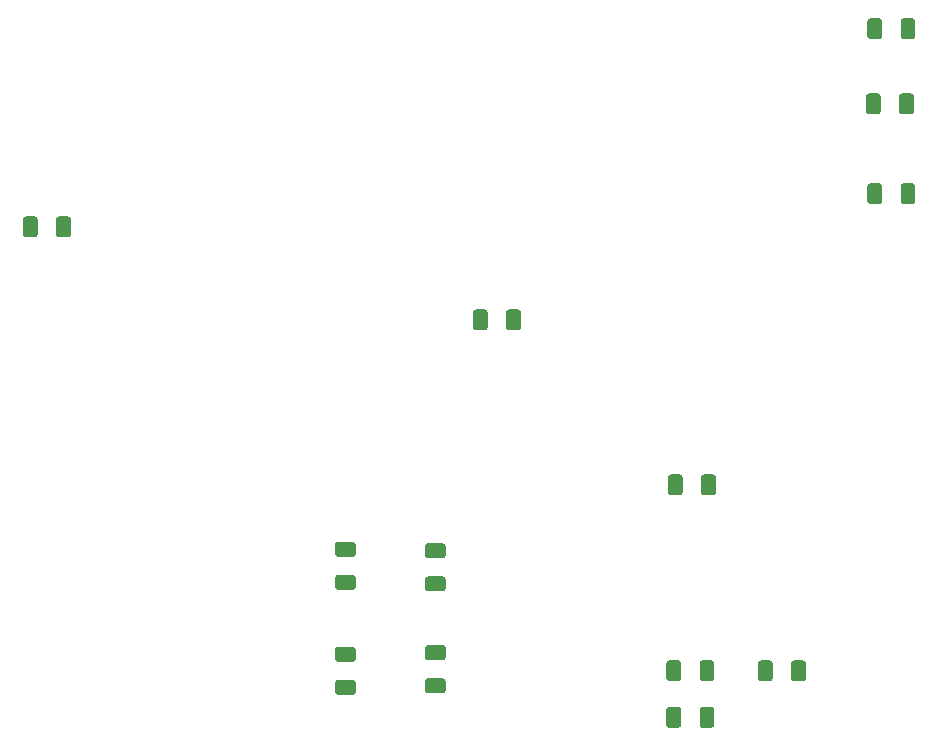
<source format=gbr>
G04 #@! TF.GenerationSoftware,KiCad,Pcbnew,(5.1.4)-1*
G04 #@! TF.CreationDate,2021-06-18T12:34:54+02:00*
G04 #@! TF.ProjectId,IOT SMART SWITCH,494f5420-534d-4415-9254-205357495443,1.0*
G04 #@! TF.SameCoordinates,Original*
G04 #@! TF.FileFunction,Paste,Top*
G04 #@! TF.FilePolarity,Positive*
%FSLAX46Y46*%
G04 Gerber Fmt 4.6, Leading zero omitted, Abs format (unit mm)*
G04 Created by KiCad (PCBNEW (5.1.4)-1) date 2021-06-18 12:34:54*
%MOMM*%
%LPD*%
G04 APERTURE LIST*
%ADD10C,0.100000*%
%ADD11C,1.250000*%
G04 APERTURE END LIST*
D10*
G36*
X183273504Y-87518204D02*
G01*
X183297773Y-87521804D01*
X183321571Y-87527765D01*
X183344671Y-87536030D01*
X183366849Y-87546520D01*
X183387893Y-87559133D01*
X183407598Y-87573747D01*
X183425777Y-87590223D01*
X183442253Y-87608402D01*
X183456867Y-87628107D01*
X183469480Y-87649151D01*
X183479970Y-87671329D01*
X183488235Y-87694429D01*
X183494196Y-87718227D01*
X183497796Y-87742496D01*
X183499000Y-87767000D01*
X183499000Y-89017000D01*
X183497796Y-89041504D01*
X183494196Y-89065773D01*
X183488235Y-89089571D01*
X183479970Y-89112671D01*
X183469480Y-89134849D01*
X183456867Y-89155893D01*
X183442253Y-89175598D01*
X183425777Y-89193777D01*
X183407598Y-89210253D01*
X183387893Y-89224867D01*
X183366849Y-89237480D01*
X183344671Y-89247970D01*
X183321571Y-89256235D01*
X183297773Y-89262196D01*
X183273504Y-89265796D01*
X183249000Y-89267000D01*
X182499000Y-89267000D01*
X182474496Y-89265796D01*
X182450227Y-89262196D01*
X182426429Y-89256235D01*
X182403329Y-89247970D01*
X182381151Y-89237480D01*
X182360107Y-89224867D01*
X182340402Y-89210253D01*
X182322223Y-89193777D01*
X182305747Y-89175598D01*
X182291133Y-89155893D01*
X182278520Y-89134849D01*
X182268030Y-89112671D01*
X182259765Y-89089571D01*
X182253804Y-89065773D01*
X182250204Y-89041504D01*
X182249000Y-89017000D01*
X182249000Y-87767000D01*
X182250204Y-87742496D01*
X182253804Y-87718227D01*
X182259765Y-87694429D01*
X182268030Y-87671329D01*
X182278520Y-87649151D01*
X182291133Y-87628107D01*
X182305747Y-87608402D01*
X182322223Y-87590223D01*
X182340402Y-87573747D01*
X182360107Y-87559133D01*
X182381151Y-87546520D01*
X182403329Y-87536030D01*
X182426429Y-87527765D01*
X182450227Y-87521804D01*
X182474496Y-87518204D01*
X182499000Y-87517000D01*
X183249000Y-87517000D01*
X183273504Y-87518204D01*
X183273504Y-87518204D01*
G37*
D11*
X182874000Y-88392000D03*
D10*
G36*
X186073504Y-87518204D02*
G01*
X186097773Y-87521804D01*
X186121571Y-87527765D01*
X186144671Y-87536030D01*
X186166849Y-87546520D01*
X186187893Y-87559133D01*
X186207598Y-87573747D01*
X186225777Y-87590223D01*
X186242253Y-87608402D01*
X186256867Y-87628107D01*
X186269480Y-87649151D01*
X186279970Y-87671329D01*
X186288235Y-87694429D01*
X186294196Y-87718227D01*
X186297796Y-87742496D01*
X186299000Y-87767000D01*
X186299000Y-89017000D01*
X186297796Y-89041504D01*
X186294196Y-89065773D01*
X186288235Y-89089571D01*
X186279970Y-89112671D01*
X186269480Y-89134849D01*
X186256867Y-89155893D01*
X186242253Y-89175598D01*
X186225777Y-89193777D01*
X186207598Y-89210253D01*
X186187893Y-89224867D01*
X186166849Y-89237480D01*
X186144671Y-89247970D01*
X186121571Y-89256235D01*
X186097773Y-89262196D01*
X186073504Y-89265796D01*
X186049000Y-89267000D01*
X185299000Y-89267000D01*
X185274496Y-89265796D01*
X185250227Y-89262196D01*
X185226429Y-89256235D01*
X185203329Y-89247970D01*
X185181151Y-89237480D01*
X185160107Y-89224867D01*
X185140402Y-89210253D01*
X185122223Y-89193777D01*
X185105747Y-89175598D01*
X185091133Y-89155893D01*
X185078520Y-89134849D01*
X185068030Y-89112671D01*
X185059765Y-89089571D01*
X185053804Y-89065773D01*
X185050204Y-89041504D01*
X185049000Y-89017000D01*
X185049000Y-87767000D01*
X185050204Y-87742496D01*
X185053804Y-87718227D01*
X185059765Y-87694429D01*
X185068030Y-87671329D01*
X185078520Y-87649151D01*
X185091133Y-87628107D01*
X185105747Y-87608402D01*
X185122223Y-87590223D01*
X185140402Y-87573747D01*
X185160107Y-87559133D01*
X185181151Y-87546520D01*
X185203329Y-87536030D01*
X185226429Y-87527765D01*
X185250227Y-87521804D01*
X185274496Y-87518204D01*
X185299000Y-87517000D01*
X186049000Y-87517000D01*
X186073504Y-87518204D01*
X186073504Y-87518204D01*
G37*
D11*
X185674000Y-88392000D03*
D10*
G36*
X210203504Y-117236204D02*
G01*
X210227773Y-117239804D01*
X210251571Y-117245765D01*
X210274671Y-117254030D01*
X210296849Y-117264520D01*
X210317893Y-117277133D01*
X210337598Y-117291747D01*
X210355777Y-117308223D01*
X210372253Y-117326402D01*
X210386867Y-117346107D01*
X210399480Y-117367151D01*
X210409970Y-117389329D01*
X210418235Y-117412429D01*
X210424196Y-117436227D01*
X210427796Y-117460496D01*
X210429000Y-117485000D01*
X210429000Y-118735000D01*
X210427796Y-118759504D01*
X210424196Y-118783773D01*
X210418235Y-118807571D01*
X210409970Y-118830671D01*
X210399480Y-118852849D01*
X210386867Y-118873893D01*
X210372253Y-118893598D01*
X210355777Y-118911777D01*
X210337598Y-118928253D01*
X210317893Y-118942867D01*
X210296849Y-118955480D01*
X210274671Y-118965970D01*
X210251571Y-118974235D01*
X210227773Y-118980196D01*
X210203504Y-118983796D01*
X210179000Y-118985000D01*
X209429000Y-118985000D01*
X209404496Y-118983796D01*
X209380227Y-118980196D01*
X209356429Y-118974235D01*
X209333329Y-118965970D01*
X209311151Y-118955480D01*
X209290107Y-118942867D01*
X209270402Y-118928253D01*
X209252223Y-118911777D01*
X209235747Y-118893598D01*
X209221133Y-118873893D01*
X209208520Y-118852849D01*
X209198030Y-118830671D01*
X209189765Y-118807571D01*
X209183804Y-118783773D01*
X209180204Y-118759504D01*
X209179000Y-118735000D01*
X209179000Y-117485000D01*
X209180204Y-117460496D01*
X209183804Y-117436227D01*
X209189765Y-117412429D01*
X209198030Y-117389329D01*
X209208520Y-117367151D01*
X209221133Y-117346107D01*
X209235747Y-117326402D01*
X209252223Y-117308223D01*
X209270402Y-117291747D01*
X209290107Y-117277133D01*
X209311151Y-117264520D01*
X209333329Y-117254030D01*
X209356429Y-117245765D01*
X209380227Y-117239804D01*
X209404496Y-117236204D01*
X209429000Y-117235000D01*
X210179000Y-117235000D01*
X210203504Y-117236204D01*
X210203504Y-117236204D01*
G37*
D11*
X209804000Y-118110000D03*
D10*
G36*
X207403504Y-117236204D02*
G01*
X207427773Y-117239804D01*
X207451571Y-117245765D01*
X207474671Y-117254030D01*
X207496849Y-117264520D01*
X207517893Y-117277133D01*
X207537598Y-117291747D01*
X207555777Y-117308223D01*
X207572253Y-117326402D01*
X207586867Y-117346107D01*
X207599480Y-117367151D01*
X207609970Y-117389329D01*
X207618235Y-117412429D01*
X207624196Y-117436227D01*
X207627796Y-117460496D01*
X207629000Y-117485000D01*
X207629000Y-118735000D01*
X207627796Y-118759504D01*
X207624196Y-118783773D01*
X207618235Y-118807571D01*
X207609970Y-118830671D01*
X207599480Y-118852849D01*
X207586867Y-118873893D01*
X207572253Y-118893598D01*
X207555777Y-118911777D01*
X207537598Y-118928253D01*
X207517893Y-118942867D01*
X207496849Y-118955480D01*
X207474671Y-118965970D01*
X207451571Y-118974235D01*
X207427773Y-118980196D01*
X207403504Y-118983796D01*
X207379000Y-118985000D01*
X206629000Y-118985000D01*
X206604496Y-118983796D01*
X206580227Y-118980196D01*
X206556429Y-118974235D01*
X206533329Y-118965970D01*
X206511151Y-118955480D01*
X206490107Y-118942867D01*
X206470402Y-118928253D01*
X206452223Y-118911777D01*
X206435747Y-118893598D01*
X206421133Y-118873893D01*
X206408520Y-118852849D01*
X206398030Y-118830671D01*
X206389765Y-118807571D01*
X206383804Y-118783773D01*
X206380204Y-118759504D01*
X206379000Y-118735000D01*
X206379000Y-117485000D01*
X206380204Y-117460496D01*
X206383804Y-117436227D01*
X206389765Y-117412429D01*
X206398030Y-117389329D01*
X206408520Y-117367151D01*
X206421133Y-117346107D01*
X206435747Y-117326402D01*
X206452223Y-117308223D01*
X206470402Y-117291747D01*
X206490107Y-117277133D01*
X206511151Y-117264520D01*
X206533329Y-117254030D01*
X206556429Y-117245765D01*
X206580227Y-117239804D01*
X206604496Y-117236204D01*
X206629000Y-117235000D01*
X207379000Y-117235000D01*
X207403504Y-117236204D01*
X207403504Y-117236204D01*
G37*
D11*
X207004000Y-118110000D03*
D10*
G36*
X147973504Y-79644204D02*
G01*
X147997773Y-79647804D01*
X148021571Y-79653765D01*
X148044671Y-79662030D01*
X148066849Y-79672520D01*
X148087893Y-79685133D01*
X148107598Y-79699747D01*
X148125777Y-79716223D01*
X148142253Y-79734402D01*
X148156867Y-79754107D01*
X148169480Y-79775151D01*
X148179970Y-79797329D01*
X148188235Y-79820429D01*
X148194196Y-79844227D01*
X148197796Y-79868496D01*
X148199000Y-79893000D01*
X148199000Y-81143000D01*
X148197796Y-81167504D01*
X148194196Y-81191773D01*
X148188235Y-81215571D01*
X148179970Y-81238671D01*
X148169480Y-81260849D01*
X148156867Y-81281893D01*
X148142253Y-81301598D01*
X148125777Y-81319777D01*
X148107598Y-81336253D01*
X148087893Y-81350867D01*
X148066849Y-81363480D01*
X148044671Y-81373970D01*
X148021571Y-81382235D01*
X147997773Y-81388196D01*
X147973504Y-81391796D01*
X147949000Y-81393000D01*
X147199000Y-81393000D01*
X147174496Y-81391796D01*
X147150227Y-81388196D01*
X147126429Y-81382235D01*
X147103329Y-81373970D01*
X147081151Y-81363480D01*
X147060107Y-81350867D01*
X147040402Y-81336253D01*
X147022223Y-81319777D01*
X147005747Y-81301598D01*
X146991133Y-81281893D01*
X146978520Y-81260849D01*
X146968030Y-81238671D01*
X146959765Y-81215571D01*
X146953804Y-81191773D01*
X146950204Y-81167504D01*
X146949000Y-81143000D01*
X146949000Y-79893000D01*
X146950204Y-79868496D01*
X146953804Y-79844227D01*
X146959765Y-79820429D01*
X146968030Y-79797329D01*
X146978520Y-79775151D01*
X146991133Y-79754107D01*
X147005747Y-79734402D01*
X147022223Y-79716223D01*
X147040402Y-79699747D01*
X147060107Y-79685133D01*
X147081151Y-79672520D01*
X147103329Y-79662030D01*
X147126429Y-79653765D01*
X147150227Y-79647804D01*
X147174496Y-79644204D01*
X147199000Y-79643000D01*
X147949000Y-79643000D01*
X147973504Y-79644204D01*
X147973504Y-79644204D01*
G37*
D11*
X147574000Y-80518000D03*
D10*
G36*
X145173504Y-79644204D02*
G01*
X145197773Y-79647804D01*
X145221571Y-79653765D01*
X145244671Y-79662030D01*
X145266849Y-79672520D01*
X145287893Y-79685133D01*
X145307598Y-79699747D01*
X145325777Y-79716223D01*
X145342253Y-79734402D01*
X145356867Y-79754107D01*
X145369480Y-79775151D01*
X145379970Y-79797329D01*
X145388235Y-79820429D01*
X145394196Y-79844227D01*
X145397796Y-79868496D01*
X145399000Y-79893000D01*
X145399000Y-81143000D01*
X145397796Y-81167504D01*
X145394196Y-81191773D01*
X145388235Y-81215571D01*
X145379970Y-81238671D01*
X145369480Y-81260849D01*
X145356867Y-81281893D01*
X145342253Y-81301598D01*
X145325777Y-81319777D01*
X145307598Y-81336253D01*
X145287893Y-81350867D01*
X145266849Y-81363480D01*
X145244671Y-81373970D01*
X145221571Y-81382235D01*
X145197773Y-81388196D01*
X145173504Y-81391796D01*
X145149000Y-81393000D01*
X144399000Y-81393000D01*
X144374496Y-81391796D01*
X144350227Y-81388196D01*
X144326429Y-81382235D01*
X144303329Y-81373970D01*
X144281151Y-81363480D01*
X144260107Y-81350867D01*
X144240402Y-81336253D01*
X144222223Y-81319777D01*
X144205747Y-81301598D01*
X144191133Y-81281893D01*
X144178520Y-81260849D01*
X144168030Y-81238671D01*
X144159765Y-81215571D01*
X144153804Y-81191773D01*
X144150204Y-81167504D01*
X144149000Y-81143000D01*
X144149000Y-79893000D01*
X144150204Y-79868496D01*
X144153804Y-79844227D01*
X144159765Y-79820429D01*
X144168030Y-79797329D01*
X144178520Y-79775151D01*
X144191133Y-79754107D01*
X144205747Y-79734402D01*
X144222223Y-79716223D01*
X144240402Y-79699747D01*
X144260107Y-79685133D01*
X144281151Y-79672520D01*
X144303329Y-79662030D01*
X144326429Y-79653765D01*
X144350227Y-79647804D01*
X144374496Y-79644204D01*
X144399000Y-79643000D01*
X145149000Y-79643000D01*
X145173504Y-79644204D01*
X145173504Y-79644204D01*
G37*
D11*
X144774000Y-80518000D03*
D10*
G36*
X219477504Y-62880204D02*
G01*
X219501773Y-62883804D01*
X219525571Y-62889765D01*
X219548671Y-62898030D01*
X219570849Y-62908520D01*
X219591893Y-62921133D01*
X219611598Y-62935747D01*
X219629777Y-62952223D01*
X219646253Y-62970402D01*
X219660867Y-62990107D01*
X219673480Y-63011151D01*
X219683970Y-63033329D01*
X219692235Y-63056429D01*
X219698196Y-63080227D01*
X219701796Y-63104496D01*
X219703000Y-63129000D01*
X219703000Y-64379000D01*
X219701796Y-64403504D01*
X219698196Y-64427773D01*
X219692235Y-64451571D01*
X219683970Y-64474671D01*
X219673480Y-64496849D01*
X219660867Y-64517893D01*
X219646253Y-64537598D01*
X219629777Y-64555777D01*
X219611598Y-64572253D01*
X219591893Y-64586867D01*
X219570849Y-64599480D01*
X219548671Y-64609970D01*
X219525571Y-64618235D01*
X219501773Y-64624196D01*
X219477504Y-64627796D01*
X219453000Y-64629000D01*
X218703000Y-64629000D01*
X218678496Y-64627796D01*
X218654227Y-64624196D01*
X218630429Y-64618235D01*
X218607329Y-64609970D01*
X218585151Y-64599480D01*
X218564107Y-64586867D01*
X218544402Y-64572253D01*
X218526223Y-64555777D01*
X218509747Y-64537598D01*
X218495133Y-64517893D01*
X218482520Y-64496849D01*
X218472030Y-64474671D01*
X218463765Y-64451571D01*
X218457804Y-64427773D01*
X218454204Y-64403504D01*
X218453000Y-64379000D01*
X218453000Y-63129000D01*
X218454204Y-63104496D01*
X218457804Y-63080227D01*
X218463765Y-63056429D01*
X218472030Y-63033329D01*
X218482520Y-63011151D01*
X218495133Y-62990107D01*
X218509747Y-62970402D01*
X218526223Y-62952223D01*
X218544402Y-62935747D01*
X218564107Y-62921133D01*
X218585151Y-62908520D01*
X218607329Y-62898030D01*
X218630429Y-62889765D01*
X218654227Y-62883804D01*
X218678496Y-62880204D01*
X218703000Y-62879000D01*
X219453000Y-62879000D01*
X219477504Y-62880204D01*
X219477504Y-62880204D01*
G37*
D11*
X219078000Y-63754000D03*
D10*
G36*
X216677504Y-62880204D02*
G01*
X216701773Y-62883804D01*
X216725571Y-62889765D01*
X216748671Y-62898030D01*
X216770849Y-62908520D01*
X216791893Y-62921133D01*
X216811598Y-62935747D01*
X216829777Y-62952223D01*
X216846253Y-62970402D01*
X216860867Y-62990107D01*
X216873480Y-63011151D01*
X216883970Y-63033329D01*
X216892235Y-63056429D01*
X216898196Y-63080227D01*
X216901796Y-63104496D01*
X216903000Y-63129000D01*
X216903000Y-64379000D01*
X216901796Y-64403504D01*
X216898196Y-64427773D01*
X216892235Y-64451571D01*
X216883970Y-64474671D01*
X216873480Y-64496849D01*
X216860867Y-64517893D01*
X216846253Y-64537598D01*
X216829777Y-64555777D01*
X216811598Y-64572253D01*
X216791893Y-64586867D01*
X216770849Y-64599480D01*
X216748671Y-64609970D01*
X216725571Y-64618235D01*
X216701773Y-64624196D01*
X216677504Y-64627796D01*
X216653000Y-64629000D01*
X215903000Y-64629000D01*
X215878496Y-64627796D01*
X215854227Y-64624196D01*
X215830429Y-64618235D01*
X215807329Y-64609970D01*
X215785151Y-64599480D01*
X215764107Y-64586867D01*
X215744402Y-64572253D01*
X215726223Y-64555777D01*
X215709747Y-64537598D01*
X215695133Y-64517893D01*
X215682520Y-64496849D01*
X215672030Y-64474671D01*
X215663765Y-64451571D01*
X215657804Y-64427773D01*
X215654204Y-64403504D01*
X215653000Y-64379000D01*
X215653000Y-63129000D01*
X215654204Y-63104496D01*
X215657804Y-63080227D01*
X215663765Y-63056429D01*
X215672030Y-63033329D01*
X215682520Y-63011151D01*
X215695133Y-62990107D01*
X215709747Y-62970402D01*
X215726223Y-62952223D01*
X215744402Y-62935747D01*
X215764107Y-62921133D01*
X215785151Y-62908520D01*
X215807329Y-62898030D01*
X215830429Y-62889765D01*
X215854227Y-62883804D01*
X215878496Y-62880204D01*
X215903000Y-62879000D01*
X216653000Y-62879000D01*
X216677504Y-62880204D01*
X216677504Y-62880204D01*
G37*
D11*
X216278000Y-63754000D03*
D10*
G36*
X216547504Y-69230204D02*
G01*
X216571773Y-69233804D01*
X216595571Y-69239765D01*
X216618671Y-69248030D01*
X216640849Y-69258520D01*
X216661893Y-69271133D01*
X216681598Y-69285747D01*
X216699777Y-69302223D01*
X216716253Y-69320402D01*
X216730867Y-69340107D01*
X216743480Y-69361151D01*
X216753970Y-69383329D01*
X216762235Y-69406429D01*
X216768196Y-69430227D01*
X216771796Y-69454496D01*
X216773000Y-69479000D01*
X216773000Y-70729000D01*
X216771796Y-70753504D01*
X216768196Y-70777773D01*
X216762235Y-70801571D01*
X216753970Y-70824671D01*
X216743480Y-70846849D01*
X216730867Y-70867893D01*
X216716253Y-70887598D01*
X216699777Y-70905777D01*
X216681598Y-70922253D01*
X216661893Y-70936867D01*
X216640849Y-70949480D01*
X216618671Y-70959970D01*
X216595571Y-70968235D01*
X216571773Y-70974196D01*
X216547504Y-70977796D01*
X216523000Y-70979000D01*
X215773000Y-70979000D01*
X215748496Y-70977796D01*
X215724227Y-70974196D01*
X215700429Y-70968235D01*
X215677329Y-70959970D01*
X215655151Y-70949480D01*
X215634107Y-70936867D01*
X215614402Y-70922253D01*
X215596223Y-70905777D01*
X215579747Y-70887598D01*
X215565133Y-70867893D01*
X215552520Y-70846849D01*
X215542030Y-70824671D01*
X215533765Y-70801571D01*
X215527804Y-70777773D01*
X215524204Y-70753504D01*
X215523000Y-70729000D01*
X215523000Y-69479000D01*
X215524204Y-69454496D01*
X215527804Y-69430227D01*
X215533765Y-69406429D01*
X215542030Y-69383329D01*
X215552520Y-69361151D01*
X215565133Y-69340107D01*
X215579747Y-69320402D01*
X215596223Y-69302223D01*
X215614402Y-69285747D01*
X215634107Y-69271133D01*
X215655151Y-69258520D01*
X215677329Y-69248030D01*
X215700429Y-69239765D01*
X215724227Y-69233804D01*
X215748496Y-69230204D01*
X215773000Y-69229000D01*
X216523000Y-69229000D01*
X216547504Y-69230204D01*
X216547504Y-69230204D01*
G37*
D11*
X216148000Y-70104000D03*
D10*
G36*
X219347504Y-69230204D02*
G01*
X219371773Y-69233804D01*
X219395571Y-69239765D01*
X219418671Y-69248030D01*
X219440849Y-69258520D01*
X219461893Y-69271133D01*
X219481598Y-69285747D01*
X219499777Y-69302223D01*
X219516253Y-69320402D01*
X219530867Y-69340107D01*
X219543480Y-69361151D01*
X219553970Y-69383329D01*
X219562235Y-69406429D01*
X219568196Y-69430227D01*
X219571796Y-69454496D01*
X219573000Y-69479000D01*
X219573000Y-70729000D01*
X219571796Y-70753504D01*
X219568196Y-70777773D01*
X219562235Y-70801571D01*
X219553970Y-70824671D01*
X219543480Y-70846849D01*
X219530867Y-70867893D01*
X219516253Y-70887598D01*
X219499777Y-70905777D01*
X219481598Y-70922253D01*
X219461893Y-70936867D01*
X219440849Y-70949480D01*
X219418671Y-70959970D01*
X219395571Y-70968235D01*
X219371773Y-70974196D01*
X219347504Y-70977796D01*
X219323000Y-70979000D01*
X218573000Y-70979000D01*
X218548496Y-70977796D01*
X218524227Y-70974196D01*
X218500429Y-70968235D01*
X218477329Y-70959970D01*
X218455151Y-70949480D01*
X218434107Y-70936867D01*
X218414402Y-70922253D01*
X218396223Y-70905777D01*
X218379747Y-70887598D01*
X218365133Y-70867893D01*
X218352520Y-70846849D01*
X218342030Y-70824671D01*
X218333765Y-70801571D01*
X218327804Y-70777773D01*
X218324204Y-70753504D01*
X218323000Y-70729000D01*
X218323000Y-69479000D01*
X218324204Y-69454496D01*
X218327804Y-69430227D01*
X218333765Y-69406429D01*
X218342030Y-69383329D01*
X218352520Y-69361151D01*
X218365133Y-69340107D01*
X218379747Y-69320402D01*
X218396223Y-69302223D01*
X218414402Y-69285747D01*
X218434107Y-69271133D01*
X218455151Y-69258520D01*
X218477329Y-69248030D01*
X218500429Y-69239765D01*
X218524227Y-69233804D01*
X218548496Y-69230204D01*
X218573000Y-69229000D01*
X219323000Y-69229000D01*
X219347504Y-69230204D01*
X219347504Y-69230204D01*
G37*
D11*
X218948000Y-70104000D03*
D10*
G36*
X216677504Y-76850204D02*
G01*
X216701773Y-76853804D01*
X216725571Y-76859765D01*
X216748671Y-76868030D01*
X216770849Y-76878520D01*
X216791893Y-76891133D01*
X216811598Y-76905747D01*
X216829777Y-76922223D01*
X216846253Y-76940402D01*
X216860867Y-76960107D01*
X216873480Y-76981151D01*
X216883970Y-77003329D01*
X216892235Y-77026429D01*
X216898196Y-77050227D01*
X216901796Y-77074496D01*
X216903000Y-77099000D01*
X216903000Y-78349000D01*
X216901796Y-78373504D01*
X216898196Y-78397773D01*
X216892235Y-78421571D01*
X216883970Y-78444671D01*
X216873480Y-78466849D01*
X216860867Y-78487893D01*
X216846253Y-78507598D01*
X216829777Y-78525777D01*
X216811598Y-78542253D01*
X216791893Y-78556867D01*
X216770849Y-78569480D01*
X216748671Y-78579970D01*
X216725571Y-78588235D01*
X216701773Y-78594196D01*
X216677504Y-78597796D01*
X216653000Y-78599000D01*
X215903000Y-78599000D01*
X215878496Y-78597796D01*
X215854227Y-78594196D01*
X215830429Y-78588235D01*
X215807329Y-78579970D01*
X215785151Y-78569480D01*
X215764107Y-78556867D01*
X215744402Y-78542253D01*
X215726223Y-78525777D01*
X215709747Y-78507598D01*
X215695133Y-78487893D01*
X215682520Y-78466849D01*
X215672030Y-78444671D01*
X215663765Y-78421571D01*
X215657804Y-78397773D01*
X215654204Y-78373504D01*
X215653000Y-78349000D01*
X215653000Y-77099000D01*
X215654204Y-77074496D01*
X215657804Y-77050227D01*
X215663765Y-77026429D01*
X215672030Y-77003329D01*
X215682520Y-76981151D01*
X215695133Y-76960107D01*
X215709747Y-76940402D01*
X215726223Y-76922223D01*
X215744402Y-76905747D01*
X215764107Y-76891133D01*
X215785151Y-76878520D01*
X215807329Y-76868030D01*
X215830429Y-76859765D01*
X215854227Y-76853804D01*
X215878496Y-76850204D01*
X215903000Y-76849000D01*
X216653000Y-76849000D01*
X216677504Y-76850204D01*
X216677504Y-76850204D01*
G37*
D11*
X216278000Y-77724000D03*
D10*
G36*
X219477504Y-76850204D02*
G01*
X219501773Y-76853804D01*
X219525571Y-76859765D01*
X219548671Y-76868030D01*
X219570849Y-76878520D01*
X219591893Y-76891133D01*
X219611598Y-76905747D01*
X219629777Y-76922223D01*
X219646253Y-76940402D01*
X219660867Y-76960107D01*
X219673480Y-76981151D01*
X219683970Y-77003329D01*
X219692235Y-77026429D01*
X219698196Y-77050227D01*
X219701796Y-77074496D01*
X219703000Y-77099000D01*
X219703000Y-78349000D01*
X219701796Y-78373504D01*
X219698196Y-78397773D01*
X219692235Y-78421571D01*
X219683970Y-78444671D01*
X219673480Y-78466849D01*
X219660867Y-78487893D01*
X219646253Y-78507598D01*
X219629777Y-78525777D01*
X219611598Y-78542253D01*
X219591893Y-78556867D01*
X219570849Y-78569480D01*
X219548671Y-78579970D01*
X219525571Y-78588235D01*
X219501773Y-78594196D01*
X219477504Y-78597796D01*
X219453000Y-78599000D01*
X218703000Y-78599000D01*
X218678496Y-78597796D01*
X218654227Y-78594196D01*
X218630429Y-78588235D01*
X218607329Y-78579970D01*
X218585151Y-78569480D01*
X218564107Y-78556867D01*
X218544402Y-78542253D01*
X218526223Y-78525777D01*
X218509747Y-78507598D01*
X218495133Y-78487893D01*
X218482520Y-78466849D01*
X218472030Y-78444671D01*
X218463765Y-78421571D01*
X218457804Y-78397773D01*
X218454204Y-78373504D01*
X218453000Y-78349000D01*
X218453000Y-77099000D01*
X218454204Y-77074496D01*
X218457804Y-77050227D01*
X218463765Y-77026429D01*
X218472030Y-77003329D01*
X218482520Y-76981151D01*
X218495133Y-76960107D01*
X218509747Y-76940402D01*
X218526223Y-76922223D01*
X218544402Y-76905747D01*
X218564107Y-76891133D01*
X218585151Y-76878520D01*
X218607329Y-76868030D01*
X218630429Y-76859765D01*
X218654227Y-76853804D01*
X218678496Y-76850204D01*
X218703000Y-76849000D01*
X219453000Y-76849000D01*
X219477504Y-76850204D01*
X219477504Y-76850204D01*
G37*
D11*
X219078000Y-77724000D03*
D10*
G36*
X199659504Y-117236204D02*
G01*
X199683773Y-117239804D01*
X199707571Y-117245765D01*
X199730671Y-117254030D01*
X199752849Y-117264520D01*
X199773893Y-117277133D01*
X199793598Y-117291747D01*
X199811777Y-117308223D01*
X199828253Y-117326402D01*
X199842867Y-117346107D01*
X199855480Y-117367151D01*
X199865970Y-117389329D01*
X199874235Y-117412429D01*
X199880196Y-117436227D01*
X199883796Y-117460496D01*
X199885000Y-117485000D01*
X199885000Y-118735000D01*
X199883796Y-118759504D01*
X199880196Y-118783773D01*
X199874235Y-118807571D01*
X199865970Y-118830671D01*
X199855480Y-118852849D01*
X199842867Y-118873893D01*
X199828253Y-118893598D01*
X199811777Y-118911777D01*
X199793598Y-118928253D01*
X199773893Y-118942867D01*
X199752849Y-118955480D01*
X199730671Y-118965970D01*
X199707571Y-118974235D01*
X199683773Y-118980196D01*
X199659504Y-118983796D01*
X199635000Y-118985000D01*
X198885000Y-118985000D01*
X198860496Y-118983796D01*
X198836227Y-118980196D01*
X198812429Y-118974235D01*
X198789329Y-118965970D01*
X198767151Y-118955480D01*
X198746107Y-118942867D01*
X198726402Y-118928253D01*
X198708223Y-118911777D01*
X198691747Y-118893598D01*
X198677133Y-118873893D01*
X198664520Y-118852849D01*
X198654030Y-118830671D01*
X198645765Y-118807571D01*
X198639804Y-118783773D01*
X198636204Y-118759504D01*
X198635000Y-118735000D01*
X198635000Y-117485000D01*
X198636204Y-117460496D01*
X198639804Y-117436227D01*
X198645765Y-117412429D01*
X198654030Y-117389329D01*
X198664520Y-117367151D01*
X198677133Y-117346107D01*
X198691747Y-117326402D01*
X198708223Y-117308223D01*
X198726402Y-117291747D01*
X198746107Y-117277133D01*
X198767151Y-117264520D01*
X198789329Y-117254030D01*
X198812429Y-117245765D01*
X198836227Y-117239804D01*
X198860496Y-117236204D01*
X198885000Y-117235000D01*
X199635000Y-117235000D01*
X199659504Y-117236204D01*
X199659504Y-117236204D01*
G37*
D11*
X199260000Y-118110000D03*
D10*
G36*
X202459504Y-117236204D02*
G01*
X202483773Y-117239804D01*
X202507571Y-117245765D01*
X202530671Y-117254030D01*
X202552849Y-117264520D01*
X202573893Y-117277133D01*
X202593598Y-117291747D01*
X202611777Y-117308223D01*
X202628253Y-117326402D01*
X202642867Y-117346107D01*
X202655480Y-117367151D01*
X202665970Y-117389329D01*
X202674235Y-117412429D01*
X202680196Y-117436227D01*
X202683796Y-117460496D01*
X202685000Y-117485000D01*
X202685000Y-118735000D01*
X202683796Y-118759504D01*
X202680196Y-118783773D01*
X202674235Y-118807571D01*
X202665970Y-118830671D01*
X202655480Y-118852849D01*
X202642867Y-118873893D01*
X202628253Y-118893598D01*
X202611777Y-118911777D01*
X202593598Y-118928253D01*
X202573893Y-118942867D01*
X202552849Y-118955480D01*
X202530671Y-118965970D01*
X202507571Y-118974235D01*
X202483773Y-118980196D01*
X202459504Y-118983796D01*
X202435000Y-118985000D01*
X201685000Y-118985000D01*
X201660496Y-118983796D01*
X201636227Y-118980196D01*
X201612429Y-118974235D01*
X201589329Y-118965970D01*
X201567151Y-118955480D01*
X201546107Y-118942867D01*
X201526402Y-118928253D01*
X201508223Y-118911777D01*
X201491747Y-118893598D01*
X201477133Y-118873893D01*
X201464520Y-118852849D01*
X201454030Y-118830671D01*
X201445765Y-118807571D01*
X201439804Y-118783773D01*
X201436204Y-118759504D01*
X201435000Y-118735000D01*
X201435000Y-117485000D01*
X201436204Y-117460496D01*
X201439804Y-117436227D01*
X201445765Y-117412429D01*
X201454030Y-117389329D01*
X201464520Y-117367151D01*
X201477133Y-117346107D01*
X201491747Y-117326402D01*
X201508223Y-117308223D01*
X201526402Y-117291747D01*
X201546107Y-117277133D01*
X201567151Y-117264520D01*
X201589329Y-117254030D01*
X201612429Y-117245765D01*
X201636227Y-117239804D01*
X201660496Y-117236204D01*
X201685000Y-117235000D01*
X202435000Y-117235000D01*
X202459504Y-117236204D01*
X202459504Y-117236204D01*
G37*
D11*
X202060000Y-118110000D03*
D10*
G36*
X179719504Y-107326204D02*
G01*
X179743773Y-107329804D01*
X179767571Y-107335765D01*
X179790671Y-107344030D01*
X179812849Y-107354520D01*
X179833893Y-107367133D01*
X179853598Y-107381747D01*
X179871777Y-107398223D01*
X179888253Y-107416402D01*
X179902867Y-107436107D01*
X179915480Y-107457151D01*
X179925970Y-107479329D01*
X179934235Y-107502429D01*
X179940196Y-107526227D01*
X179943796Y-107550496D01*
X179945000Y-107575000D01*
X179945000Y-108325000D01*
X179943796Y-108349504D01*
X179940196Y-108373773D01*
X179934235Y-108397571D01*
X179925970Y-108420671D01*
X179915480Y-108442849D01*
X179902867Y-108463893D01*
X179888253Y-108483598D01*
X179871777Y-108501777D01*
X179853598Y-108518253D01*
X179833893Y-108532867D01*
X179812849Y-108545480D01*
X179790671Y-108555970D01*
X179767571Y-108564235D01*
X179743773Y-108570196D01*
X179719504Y-108573796D01*
X179695000Y-108575000D01*
X178445000Y-108575000D01*
X178420496Y-108573796D01*
X178396227Y-108570196D01*
X178372429Y-108564235D01*
X178349329Y-108555970D01*
X178327151Y-108545480D01*
X178306107Y-108532867D01*
X178286402Y-108518253D01*
X178268223Y-108501777D01*
X178251747Y-108483598D01*
X178237133Y-108463893D01*
X178224520Y-108442849D01*
X178214030Y-108420671D01*
X178205765Y-108397571D01*
X178199804Y-108373773D01*
X178196204Y-108349504D01*
X178195000Y-108325000D01*
X178195000Y-107575000D01*
X178196204Y-107550496D01*
X178199804Y-107526227D01*
X178205765Y-107502429D01*
X178214030Y-107479329D01*
X178224520Y-107457151D01*
X178237133Y-107436107D01*
X178251747Y-107416402D01*
X178268223Y-107398223D01*
X178286402Y-107381747D01*
X178306107Y-107367133D01*
X178327151Y-107354520D01*
X178349329Y-107344030D01*
X178372429Y-107335765D01*
X178396227Y-107329804D01*
X178420496Y-107326204D01*
X178445000Y-107325000D01*
X179695000Y-107325000D01*
X179719504Y-107326204D01*
X179719504Y-107326204D01*
G37*
D11*
X179070000Y-107950000D03*
D10*
G36*
X179719504Y-110126204D02*
G01*
X179743773Y-110129804D01*
X179767571Y-110135765D01*
X179790671Y-110144030D01*
X179812849Y-110154520D01*
X179833893Y-110167133D01*
X179853598Y-110181747D01*
X179871777Y-110198223D01*
X179888253Y-110216402D01*
X179902867Y-110236107D01*
X179915480Y-110257151D01*
X179925970Y-110279329D01*
X179934235Y-110302429D01*
X179940196Y-110326227D01*
X179943796Y-110350496D01*
X179945000Y-110375000D01*
X179945000Y-111125000D01*
X179943796Y-111149504D01*
X179940196Y-111173773D01*
X179934235Y-111197571D01*
X179925970Y-111220671D01*
X179915480Y-111242849D01*
X179902867Y-111263893D01*
X179888253Y-111283598D01*
X179871777Y-111301777D01*
X179853598Y-111318253D01*
X179833893Y-111332867D01*
X179812849Y-111345480D01*
X179790671Y-111355970D01*
X179767571Y-111364235D01*
X179743773Y-111370196D01*
X179719504Y-111373796D01*
X179695000Y-111375000D01*
X178445000Y-111375000D01*
X178420496Y-111373796D01*
X178396227Y-111370196D01*
X178372429Y-111364235D01*
X178349329Y-111355970D01*
X178327151Y-111345480D01*
X178306107Y-111332867D01*
X178286402Y-111318253D01*
X178268223Y-111301777D01*
X178251747Y-111283598D01*
X178237133Y-111263893D01*
X178224520Y-111242849D01*
X178214030Y-111220671D01*
X178205765Y-111197571D01*
X178199804Y-111173773D01*
X178196204Y-111149504D01*
X178195000Y-111125000D01*
X178195000Y-110375000D01*
X178196204Y-110350496D01*
X178199804Y-110326227D01*
X178205765Y-110302429D01*
X178214030Y-110279329D01*
X178224520Y-110257151D01*
X178237133Y-110236107D01*
X178251747Y-110216402D01*
X178268223Y-110198223D01*
X178286402Y-110181747D01*
X178306107Y-110167133D01*
X178327151Y-110154520D01*
X178349329Y-110144030D01*
X178372429Y-110135765D01*
X178396227Y-110129804D01*
X178420496Y-110126204D01*
X178445000Y-110125000D01*
X179695000Y-110125000D01*
X179719504Y-110126204D01*
X179719504Y-110126204D01*
G37*
D11*
X179070000Y-110750000D03*
D10*
G36*
X179719504Y-118756204D02*
G01*
X179743773Y-118759804D01*
X179767571Y-118765765D01*
X179790671Y-118774030D01*
X179812849Y-118784520D01*
X179833893Y-118797133D01*
X179853598Y-118811747D01*
X179871777Y-118828223D01*
X179888253Y-118846402D01*
X179902867Y-118866107D01*
X179915480Y-118887151D01*
X179925970Y-118909329D01*
X179934235Y-118932429D01*
X179940196Y-118956227D01*
X179943796Y-118980496D01*
X179945000Y-119005000D01*
X179945000Y-119755000D01*
X179943796Y-119779504D01*
X179940196Y-119803773D01*
X179934235Y-119827571D01*
X179925970Y-119850671D01*
X179915480Y-119872849D01*
X179902867Y-119893893D01*
X179888253Y-119913598D01*
X179871777Y-119931777D01*
X179853598Y-119948253D01*
X179833893Y-119962867D01*
X179812849Y-119975480D01*
X179790671Y-119985970D01*
X179767571Y-119994235D01*
X179743773Y-120000196D01*
X179719504Y-120003796D01*
X179695000Y-120005000D01*
X178445000Y-120005000D01*
X178420496Y-120003796D01*
X178396227Y-120000196D01*
X178372429Y-119994235D01*
X178349329Y-119985970D01*
X178327151Y-119975480D01*
X178306107Y-119962867D01*
X178286402Y-119948253D01*
X178268223Y-119931777D01*
X178251747Y-119913598D01*
X178237133Y-119893893D01*
X178224520Y-119872849D01*
X178214030Y-119850671D01*
X178205765Y-119827571D01*
X178199804Y-119803773D01*
X178196204Y-119779504D01*
X178195000Y-119755000D01*
X178195000Y-119005000D01*
X178196204Y-118980496D01*
X178199804Y-118956227D01*
X178205765Y-118932429D01*
X178214030Y-118909329D01*
X178224520Y-118887151D01*
X178237133Y-118866107D01*
X178251747Y-118846402D01*
X178268223Y-118828223D01*
X178286402Y-118811747D01*
X178306107Y-118797133D01*
X178327151Y-118784520D01*
X178349329Y-118774030D01*
X178372429Y-118765765D01*
X178396227Y-118759804D01*
X178420496Y-118756204D01*
X178445000Y-118755000D01*
X179695000Y-118755000D01*
X179719504Y-118756204D01*
X179719504Y-118756204D01*
G37*
D11*
X179070000Y-119380000D03*
D10*
G36*
X179719504Y-115956204D02*
G01*
X179743773Y-115959804D01*
X179767571Y-115965765D01*
X179790671Y-115974030D01*
X179812849Y-115984520D01*
X179833893Y-115997133D01*
X179853598Y-116011747D01*
X179871777Y-116028223D01*
X179888253Y-116046402D01*
X179902867Y-116066107D01*
X179915480Y-116087151D01*
X179925970Y-116109329D01*
X179934235Y-116132429D01*
X179940196Y-116156227D01*
X179943796Y-116180496D01*
X179945000Y-116205000D01*
X179945000Y-116955000D01*
X179943796Y-116979504D01*
X179940196Y-117003773D01*
X179934235Y-117027571D01*
X179925970Y-117050671D01*
X179915480Y-117072849D01*
X179902867Y-117093893D01*
X179888253Y-117113598D01*
X179871777Y-117131777D01*
X179853598Y-117148253D01*
X179833893Y-117162867D01*
X179812849Y-117175480D01*
X179790671Y-117185970D01*
X179767571Y-117194235D01*
X179743773Y-117200196D01*
X179719504Y-117203796D01*
X179695000Y-117205000D01*
X178445000Y-117205000D01*
X178420496Y-117203796D01*
X178396227Y-117200196D01*
X178372429Y-117194235D01*
X178349329Y-117185970D01*
X178327151Y-117175480D01*
X178306107Y-117162867D01*
X178286402Y-117148253D01*
X178268223Y-117131777D01*
X178251747Y-117113598D01*
X178237133Y-117093893D01*
X178224520Y-117072849D01*
X178214030Y-117050671D01*
X178205765Y-117027571D01*
X178199804Y-117003773D01*
X178196204Y-116979504D01*
X178195000Y-116955000D01*
X178195000Y-116205000D01*
X178196204Y-116180496D01*
X178199804Y-116156227D01*
X178205765Y-116132429D01*
X178214030Y-116109329D01*
X178224520Y-116087151D01*
X178237133Y-116066107D01*
X178251747Y-116046402D01*
X178268223Y-116028223D01*
X178286402Y-116011747D01*
X178306107Y-115997133D01*
X178327151Y-115984520D01*
X178349329Y-115974030D01*
X178372429Y-115965765D01*
X178396227Y-115959804D01*
X178420496Y-115956204D01*
X178445000Y-115955000D01*
X179695000Y-115955000D01*
X179719504Y-115956204D01*
X179719504Y-115956204D01*
G37*
D11*
X179070000Y-116580000D03*
D10*
G36*
X172099504Y-109996204D02*
G01*
X172123773Y-109999804D01*
X172147571Y-110005765D01*
X172170671Y-110014030D01*
X172192849Y-110024520D01*
X172213893Y-110037133D01*
X172233598Y-110051747D01*
X172251777Y-110068223D01*
X172268253Y-110086402D01*
X172282867Y-110106107D01*
X172295480Y-110127151D01*
X172305970Y-110149329D01*
X172314235Y-110172429D01*
X172320196Y-110196227D01*
X172323796Y-110220496D01*
X172325000Y-110245000D01*
X172325000Y-110995000D01*
X172323796Y-111019504D01*
X172320196Y-111043773D01*
X172314235Y-111067571D01*
X172305970Y-111090671D01*
X172295480Y-111112849D01*
X172282867Y-111133893D01*
X172268253Y-111153598D01*
X172251777Y-111171777D01*
X172233598Y-111188253D01*
X172213893Y-111202867D01*
X172192849Y-111215480D01*
X172170671Y-111225970D01*
X172147571Y-111234235D01*
X172123773Y-111240196D01*
X172099504Y-111243796D01*
X172075000Y-111245000D01*
X170825000Y-111245000D01*
X170800496Y-111243796D01*
X170776227Y-111240196D01*
X170752429Y-111234235D01*
X170729329Y-111225970D01*
X170707151Y-111215480D01*
X170686107Y-111202867D01*
X170666402Y-111188253D01*
X170648223Y-111171777D01*
X170631747Y-111153598D01*
X170617133Y-111133893D01*
X170604520Y-111112849D01*
X170594030Y-111090671D01*
X170585765Y-111067571D01*
X170579804Y-111043773D01*
X170576204Y-111019504D01*
X170575000Y-110995000D01*
X170575000Y-110245000D01*
X170576204Y-110220496D01*
X170579804Y-110196227D01*
X170585765Y-110172429D01*
X170594030Y-110149329D01*
X170604520Y-110127151D01*
X170617133Y-110106107D01*
X170631747Y-110086402D01*
X170648223Y-110068223D01*
X170666402Y-110051747D01*
X170686107Y-110037133D01*
X170707151Y-110024520D01*
X170729329Y-110014030D01*
X170752429Y-110005765D01*
X170776227Y-109999804D01*
X170800496Y-109996204D01*
X170825000Y-109995000D01*
X172075000Y-109995000D01*
X172099504Y-109996204D01*
X172099504Y-109996204D01*
G37*
D11*
X171450000Y-110620000D03*
D10*
G36*
X172099504Y-107196204D02*
G01*
X172123773Y-107199804D01*
X172147571Y-107205765D01*
X172170671Y-107214030D01*
X172192849Y-107224520D01*
X172213893Y-107237133D01*
X172233598Y-107251747D01*
X172251777Y-107268223D01*
X172268253Y-107286402D01*
X172282867Y-107306107D01*
X172295480Y-107327151D01*
X172305970Y-107349329D01*
X172314235Y-107372429D01*
X172320196Y-107396227D01*
X172323796Y-107420496D01*
X172325000Y-107445000D01*
X172325000Y-108195000D01*
X172323796Y-108219504D01*
X172320196Y-108243773D01*
X172314235Y-108267571D01*
X172305970Y-108290671D01*
X172295480Y-108312849D01*
X172282867Y-108333893D01*
X172268253Y-108353598D01*
X172251777Y-108371777D01*
X172233598Y-108388253D01*
X172213893Y-108402867D01*
X172192849Y-108415480D01*
X172170671Y-108425970D01*
X172147571Y-108434235D01*
X172123773Y-108440196D01*
X172099504Y-108443796D01*
X172075000Y-108445000D01*
X170825000Y-108445000D01*
X170800496Y-108443796D01*
X170776227Y-108440196D01*
X170752429Y-108434235D01*
X170729329Y-108425970D01*
X170707151Y-108415480D01*
X170686107Y-108402867D01*
X170666402Y-108388253D01*
X170648223Y-108371777D01*
X170631747Y-108353598D01*
X170617133Y-108333893D01*
X170604520Y-108312849D01*
X170594030Y-108290671D01*
X170585765Y-108267571D01*
X170579804Y-108243773D01*
X170576204Y-108219504D01*
X170575000Y-108195000D01*
X170575000Y-107445000D01*
X170576204Y-107420496D01*
X170579804Y-107396227D01*
X170585765Y-107372429D01*
X170594030Y-107349329D01*
X170604520Y-107327151D01*
X170617133Y-107306107D01*
X170631747Y-107286402D01*
X170648223Y-107268223D01*
X170666402Y-107251747D01*
X170686107Y-107237133D01*
X170707151Y-107224520D01*
X170729329Y-107214030D01*
X170752429Y-107205765D01*
X170776227Y-107199804D01*
X170800496Y-107196204D01*
X170825000Y-107195000D01*
X172075000Y-107195000D01*
X172099504Y-107196204D01*
X172099504Y-107196204D01*
G37*
D11*
X171450000Y-107820000D03*
D10*
G36*
X172099504Y-116086204D02*
G01*
X172123773Y-116089804D01*
X172147571Y-116095765D01*
X172170671Y-116104030D01*
X172192849Y-116114520D01*
X172213893Y-116127133D01*
X172233598Y-116141747D01*
X172251777Y-116158223D01*
X172268253Y-116176402D01*
X172282867Y-116196107D01*
X172295480Y-116217151D01*
X172305970Y-116239329D01*
X172314235Y-116262429D01*
X172320196Y-116286227D01*
X172323796Y-116310496D01*
X172325000Y-116335000D01*
X172325000Y-117085000D01*
X172323796Y-117109504D01*
X172320196Y-117133773D01*
X172314235Y-117157571D01*
X172305970Y-117180671D01*
X172295480Y-117202849D01*
X172282867Y-117223893D01*
X172268253Y-117243598D01*
X172251777Y-117261777D01*
X172233598Y-117278253D01*
X172213893Y-117292867D01*
X172192849Y-117305480D01*
X172170671Y-117315970D01*
X172147571Y-117324235D01*
X172123773Y-117330196D01*
X172099504Y-117333796D01*
X172075000Y-117335000D01*
X170825000Y-117335000D01*
X170800496Y-117333796D01*
X170776227Y-117330196D01*
X170752429Y-117324235D01*
X170729329Y-117315970D01*
X170707151Y-117305480D01*
X170686107Y-117292867D01*
X170666402Y-117278253D01*
X170648223Y-117261777D01*
X170631747Y-117243598D01*
X170617133Y-117223893D01*
X170604520Y-117202849D01*
X170594030Y-117180671D01*
X170585765Y-117157571D01*
X170579804Y-117133773D01*
X170576204Y-117109504D01*
X170575000Y-117085000D01*
X170575000Y-116335000D01*
X170576204Y-116310496D01*
X170579804Y-116286227D01*
X170585765Y-116262429D01*
X170594030Y-116239329D01*
X170604520Y-116217151D01*
X170617133Y-116196107D01*
X170631747Y-116176402D01*
X170648223Y-116158223D01*
X170666402Y-116141747D01*
X170686107Y-116127133D01*
X170707151Y-116114520D01*
X170729329Y-116104030D01*
X170752429Y-116095765D01*
X170776227Y-116089804D01*
X170800496Y-116086204D01*
X170825000Y-116085000D01*
X172075000Y-116085000D01*
X172099504Y-116086204D01*
X172099504Y-116086204D01*
G37*
D11*
X171450000Y-116710000D03*
D10*
G36*
X172099504Y-118886204D02*
G01*
X172123773Y-118889804D01*
X172147571Y-118895765D01*
X172170671Y-118904030D01*
X172192849Y-118914520D01*
X172213893Y-118927133D01*
X172233598Y-118941747D01*
X172251777Y-118958223D01*
X172268253Y-118976402D01*
X172282867Y-118996107D01*
X172295480Y-119017151D01*
X172305970Y-119039329D01*
X172314235Y-119062429D01*
X172320196Y-119086227D01*
X172323796Y-119110496D01*
X172325000Y-119135000D01*
X172325000Y-119885000D01*
X172323796Y-119909504D01*
X172320196Y-119933773D01*
X172314235Y-119957571D01*
X172305970Y-119980671D01*
X172295480Y-120002849D01*
X172282867Y-120023893D01*
X172268253Y-120043598D01*
X172251777Y-120061777D01*
X172233598Y-120078253D01*
X172213893Y-120092867D01*
X172192849Y-120105480D01*
X172170671Y-120115970D01*
X172147571Y-120124235D01*
X172123773Y-120130196D01*
X172099504Y-120133796D01*
X172075000Y-120135000D01*
X170825000Y-120135000D01*
X170800496Y-120133796D01*
X170776227Y-120130196D01*
X170752429Y-120124235D01*
X170729329Y-120115970D01*
X170707151Y-120105480D01*
X170686107Y-120092867D01*
X170666402Y-120078253D01*
X170648223Y-120061777D01*
X170631747Y-120043598D01*
X170617133Y-120023893D01*
X170604520Y-120002849D01*
X170594030Y-119980671D01*
X170585765Y-119957571D01*
X170579804Y-119933773D01*
X170576204Y-119909504D01*
X170575000Y-119885000D01*
X170575000Y-119135000D01*
X170576204Y-119110496D01*
X170579804Y-119086227D01*
X170585765Y-119062429D01*
X170594030Y-119039329D01*
X170604520Y-119017151D01*
X170617133Y-118996107D01*
X170631747Y-118976402D01*
X170648223Y-118958223D01*
X170666402Y-118941747D01*
X170686107Y-118927133D01*
X170707151Y-118914520D01*
X170729329Y-118904030D01*
X170752429Y-118895765D01*
X170776227Y-118889804D01*
X170800496Y-118886204D01*
X170825000Y-118885000D01*
X172075000Y-118885000D01*
X172099504Y-118886204D01*
X172099504Y-118886204D01*
G37*
D11*
X171450000Y-119510000D03*
D10*
G36*
X199783504Y-101488204D02*
G01*
X199807773Y-101491804D01*
X199831571Y-101497765D01*
X199854671Y-101506030D01*
X199876849Y-101516520D01*
X199897893Y-101529133D01*
X199917598Y-101543747D01*
X199935777Y-101560223D01*
X199952253Y-101578402D01*
X199966867Y-101598107D01*
X199979480Y-101619151D01*
X199989970Y-101641329D01*
X199998235Y-101664429D01*
X200004196Y-101688227D01*
X200007796Y-101712496D01*
X200009000Y-101737000D01*
X200009000Y-102987000D01*
X200007796Y-103011504D01*
X200004196Y-103035773D01*
X199998235Y-103059571D01*
X199989970Y-103082671D01*
X199979480Y-103104849D01*
X199966867Y-103125893D01*
X199952253Y-103145598D01*
X199935777Y-103163777D01*
X199917598Y-103180253D01*
X199897893Y-103194867D01*
X199876849Y-103207480D01*
X199854671Y-103217970D01*
X199831571Y-103226235D01*
X199807773Y-103232196D01*
X199783504Y-103235796D01*
X199759000Y-103237000D01*
X199009000Y-103237000D01*
X198984496Y-103235796D01*
X198960227Y-103232196D01*
X198936429Y-103226235D01*
X198913329Y-103217970D01*
X198891151Y-103207480D01*
X198870107Y-103194867D01*
X198850402Y-103180253D01*
X198832223Y-103163777D01*
X198815747Y-103145598D01*
X198801133Y-103125893D01*
X198788520Y-103104849D01*
X198778030Y-103082671D01*
X198769765Y-103059571D01*
X198763804Y-103035773D01*
X198760204Y-103011504D01*
X198759000Y-102987000D01*
X198759000Y-101737000D01*
X198760204Y-101712496D01*
X198763804Y-101688227D01*
X198769765Y-101664429D01*
X198778030Y-101641329D01*
X198788520Y-101619151D01*
X198801133Y-101598107D01*
X198815747Y-101578402D01*
X198832223Y-101560223D01*
X198850402Y-101543747D01*
X198870107Y-101529133D01*
X198891151Y-101516520D01*
X198913329Y-101506030D01*
X198936429Y-101497765D01*
X198960227Y-101491804D01*
X198984496Y-101488204D01*
X199009000Y-101487000D01*
X199759000Y-101487000D01*
X199783504Y-101488204D01*
X199783504Y-101488204D01*
G37*
D11*
X199384000Y-102362000D03*
D10*
G36*
X202583504Y-101488204D02*
G01*
X202607773Y-101491804D01*
X202631571Y-101497765D01*
X202654671Y-101506030D01*
X202676849Y-101516520D01*
X202697893Y-101529133D01*
X202717598Y-101543747D01*
X202735777Y-101560223D01*
X202752253Y-101578402D01*
X202766867Y-101598107D01*
X202779480Y-101619151D01*
X202789970Y-101641329D01*
X202798235Y-101664429D01*
X202804196Y-101688227D01*
X202807796Y-101712496D01*
X202809000Y-101737000D01*
X202809000Y-102987000D01*
X202807796Y-103011504D01*
X202804196Y-103035773D01*
X202798235Y-103059571D01*
X202789970Y-103082671D01*
X202779480Y-103104849D01*
X202766867Y-103125893D01*
X202752253Y-103145598D01*
X202735777Y-103163777D01*
X202717598Y-103180253D01*
X202697893Y-103194867D01*
X202676849Y-103207480D01*
X202654671Y-103217970D01*
X202631571Y-103226235D01*
X202607773Y-103232196D01*
X202583504Y-103235796D01*
X202559000Y-103237000D01*
X201809000Y-103237000D01*
X201784496Y-103235796D01*
X201760227Y-103232196D01*
X201736429Y-103226235D01*
X201713329Y-103217970D01*
X201691151Y-103207480D01*
X201670107Y-103194867D01*
X201650402Y-103180253D01*
X201632223Y-103163777D01*
X201615747Y-103145598D01*
X201601133Y-103125893D01*
X201588520Y-103104849D01*
X201578030Y-103082671D01*
X201569765Y-103059571D01*
X201563804Y-103035773D01*
X201560204Y-103011504D01*
X201559000Y-102987000D01*
X201559000Y-101737000D01*
X201560204Y-101712496D01*
X201563804Y-101688227D01*
X201569765Y-101664429D01*
X201578030Y-101641329D01*
X201588520Y-101619151D01*
X201601133Y-101598107D01*
X201615747Y-101578402D01*
X201632223Y-101560223D01*
X201650402Y-101543747D01*
X201670107Y-101529133D01*
X201691151Y-101516520D01*
X201713329Y-101506030D01*
X201736429Y-101497765D01*
X201760227Y-101491804D01*
X201784496Y-101488204D01*
X201809000Y-101487000D01*
X202559000Y-101487000D01*
X202583504Y-101488204D01*
X202583504Y-101488204D01*
G37*
D11*
X202184000Y-102362000D03*
D10*
G36*
X202456504Y-121173204D02*
G01*
X202480773Y-121176804D01*
X202504571Y-121182765D01*
X202527671Y-121191030D01*
X202549849Y-121201520D01*
X202570893Y-121214133D01*
X202590598Y-121228747D01*
X202608777Y-121245223D01*
X202625253Y-121263402D01*
X202639867Y-121283107D01*
X202652480Y-121304151D01*
X202662970Y-121326329D01*
X202671235Y-121349429D01*
X202677196Y-121373227D01*
X202680796Y-121397496D01*
X202682000Y-121422000D01*
X202682000Y-122672000D01*
X202680796Y-122696504D01*
X202677196Y-122720773D01*
X202671235Y-122744571D01*
X202662970Y-122767671D01*
X202652480Y-122789849D01*
X202639867Y-122810893D01*
X202625253Y-122830598D01*
X202608777Y-122848777D01*
X202590598Y-122865253D01*
X202570893Y-122879867D01*
X202549849Y-122892480D01*
X202527671Y-122902970D01*
X202504571Y-122911235D01*
X202480773Y-122917196D01*
X202456504Y-122920796D01*
X202432000Y-122922000D01*
X201682000Y-122922000D01*
X201657496Y-122920796D01*
X201633227Y-122917196D01*
X201609429Y-122911235D01*
X201586329Y-122902970D01*
X201564151Y-122892480D01*
X201543107Y-122879867D01*
X201523402Y-122865253D01*
X201505223Y-122848777D01*
X201488747Y-122830598D01*
X201474133Y-122810893D01*
X201461520Y-122789849D01*
X201451030Y-122767671D01*
X201442765Y-122744571D01*
X201436804Y-122720773D01*
X201433204Y-122696504D01*
X201432000Y-122672000D01*
X201432000Y-121422000D01*
X201433204Y-121397496D01*
X201436804Y-121373227D01*
X201442765Y-121349429D01*
X201451030Y-121326329D01*
X201461520Y-121304151D01*
X201474133Y-121283107D01*
X201488747Y-121263402D01*
X201505223Y-121245223D01*
X201523402Y-121228747D01*
X201543107Y-121214133D01*
X201564151Y-121201520D01*
X201586329Y-121191030D01*
X201609429Y-121182765D01*
X201633227Y-121176804D01*
X201657496Y-121173204D01*
X201682000Y-121172000D01*
X202432000Y-121172000D01*
X202456504Y-121173204D01*
X202456504Y-121173204D01*
G37*
D11*
X202057000Y-122047000D03*
D10*
G36*
X199656504Y-121173204D02*
G01*
X199680773Y-121176804D01*
X199704571Y-121182765D01*
X199727671Y-121191030D01*
X199749849Y-121201520D01*
X199770893Y-121214133D01*
X199790598Y-121228747D01*
X199808777Y-121245223D01*
X199825253Y-121263402D01*
X199839867Y-121283107D01*
X199852480Y-121304151D01*
X199862970Y-121326329D01*
X199871235Y-121349429D01*
X199877196Y-121373227D01*
X199880796Y-121397496D01*
X199882000Y-121422000D01*
X199882000Y-122672000D01*
X199880796Y-122696504D01*
X199877196Y-122720773D01*
X199871235Y-122744571D01*
X199862970Y-122767671D01*
X199852480Y-122789849D01*
X199839867Y-122810893D01*
X199825253Y-122830598D01*
X199808777Y-122848777D01*
X199790598Y-122865253D01*
X199770893Y-122879867D01*
X199749849Y-122892480D01*
X199727671Y-122902970D01*
X199704571Y-122911235D01*
X199680773Y-122917196D01*
X199656504Y-122920796D01*
X199632000Y-122922000D01*
X198882000Y-122922000D01*
X198857496Y-122920796D01*
X198833227Y-122917196D01*
X198809429Y-122911235D01*
X198786329Y-122902970D01*
X198764151Y-122892480D01*
X198743107Y-122879867D01*
X198723402Y-122865253D01*
X198705223Y-122848777D01*
X198688747Y-122830598D01*
X198674133Y-122810893D01*
X198661520Y-122789849D01*
X198651030Y-122767671D01*
X198642765Y-122744571D01*
X198636804Y-122720773D01*
X198633204Y-122696504D01*
X198632000Y-122672000D01*
X198632000Y-121422000D01*
X198633204Y-121397496D01*
X198636804Y-121373227D01*
X198642765Y-121349429D01*
X198651030Y-121326329D01*
X198661520Y-121304151D01*
X198674133Y-121283107D01*
X198688747Y-121263402D01*
X198705223Y-121245223D01*
X198723402Y-121228747D01*
X198743107Y-121214133D01*
X198764151Y-121201520D01*
X198786329Y-121191030D01*
X198809429Y-121182765D01*
X198833227Y-121176804D01*
X198857496Y-121173204D01*
X198882000Y-121172000D01*
X199632000Y-121172000D01*
X199656504Y-121173204D01*
X199656504Y-121173204D01*
G37*
D11*
X199257000Y-122047000D03*
M02*

</source>
